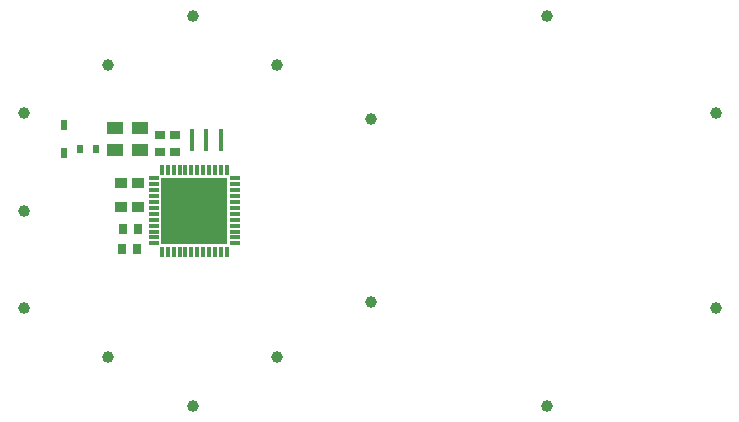
<source format=gbr>
G04*
G04 #@! TF.GenerationSoftware,Altium Limited,Altium Designer,25.8.1 (18)*
G04*
G04 Layer_Color=128*
%FSLAX44Y44*%
%MOMM*%
G71*
G04*
G04 #@! TF.SameCoordinates,1DE417C5-642A-4503-87AC-C91C357E1F8F*
G04*
G04*
G04 #@! TF.FilePolarity,Positive*
G04*
G01*
G75*
G04:AMPARAMS|DCode=22|XSize=1mm|YSize=1mm|CornerRadius=0.5mm|HoleSize=0mm|Usage=FLASHONLY|Rotation=30.000|XOffset=0mm|YOffset=0mm|HoleType=Round|Shape=RoundedRectangle|*
%AMROUNDEDRECTD22*
21,1,1.0000,0.0000,0,0,30.0*
21,1,0.0000,1.0000,0,0,30.0*
1,1,1.0000,0.0000,0.0000*
1,1,1.0000,0.0000,0.0000*
1,1,1.0000,0.0000,0.0000*
1,1,1.0000,0.0000,0.0000*
%
%ADD22ROUNDEDRECTD22*%
G04:AMPARAMS|DCode=24|XSize=1mm|YSize=1mm|CornerRadius=0.5mm|HoleSize=0mm|Usage=FLASHONLY|Rotation=90.000|XOffset=0mm|YOffset=0mm|HoleType=Round|Shape=RoundedRectangle|*
%AMROUNDEDRECTD24*
21,1,1.0000,0.0000,0,0,90.0*
21,1,0.0000,1.0000,0,0,90.0*
1,1,1.0000,0.0000,0.0000*
1,1,1.0000,0.0000,0.0000*
1,1,1.0000,0.0000,0.0000*
1,1,1.0000,0.0000,0.0000*
%
%ADD24ROUNDEDRECTD24*%
G04:AMPARAMS|DCode=26|XSize=1mm|YSize=1mm|CornerRadius=0.5mm|HoleSize=0mm|Usage=FLASHONLY|Rotation=330.000|XOffset=0mm|YOffset=0mm|HoleType=Round|Shape=RoundedRectangle|*
%AMROUNDEDRECTD26*
21,1,1.0000,0.0000,0,0,330.0*
21,1,0.0000,1.0000,0,0,330.0*
1,1,1.0000,0.0000,0.0000*
1,1,1.0000,0.0000,0.0000*
1,1,1.0000,0.0000,0.0000*
1,1,1.0000,0.0000,0.0000*
%
%ADD26ROUNDEDRECTD26*%
%ADD47R,0.8900X0.6400*%
%ADD72R,1.0061X0.9582*%
%ADD73R,0.4001X1.9000*%
%ADD74R,0.3000X0.8500*%
%ADD75R,0.5000X0.9000*%
%ADD76R,0.8000X0.9500*%
%ADD77R,5.7000X5.7000*%
%ADD78R,0.8500X0.3000*%
%ADD79R,1.3970X1.0922*%
%ADD80R,0.6000X0.8000*%
D22*
X-152400Y165199D02*
D03*
Y-165199D02*
D03*
X147599Y165199D02*
D03*
Y-165199D02*
D03*
X-223901Y-123901D02*
D03*
X-80899Y123901D02*
D03*
D24*
X290700Y-82601D02*
D03*
X-295468Y82601D02*
D03*
X-1679Y77521D02*
D03*
Y-77521D02*
D03*
X-80899Y-123901D02*
D03*
X-223901Y123901D02*
D03*
D26*
X290700Y82601D02*
D03*
X-295468Y-82601D02*
D03*
X-295501Y-0D02*
D03*
D47*
X-167537Y50056D02*
D03*
Y64056D02*
D03*
X-180237Y50056D02*
D03*
Y64056D02*
D03*
D72*
X-212654Y3286D02*
D03*
X-212986Y23851D02*
D03*
X-198633Y3286D02*
D03*
X-198965Y23851D02*
D03*
D73*
X-152715Y59690D02*
D03*
X-140716D02*
D03*
X-128717D02*
D03*
D74*
X-143376Y34500D02*
D03*
X-138376D02*
D03*
X-148376D02*
D03*
X-178376Y-34500D02*
D03*
X-173376D02*
D03*
X-168376D02*
D03*
X-163376D02*
D03*
X-158376D02*
D03*
X-153376D02*
D03*
X-148376D02*
D03*
X-143376D02*
D03*
X-138376D02*
D03*
X-133376D02*
D03*
X-128376D02*
D03*
X-123376D02*
D03*
Y34500D02*
D03*
X-128376D02*
D03*
X-133376D02*
D03*
X-153376D02*
D03*
X-158376D02*
D03*
X-163376D02*
D03*
X-168376D02*
D03*
X-173376D02*
D03*
X-178376D02*
D03*
D75*
X-261366Y72460D02*
D03*
Y49460D02*
D03*
D76*
X-198654Y-15101D02*
D03*
X-211876Y-32475D02*
D03*
X-199376D02*
D03*
X-211154Y-15101D02*
D03*
D77*
X-150876Y-0D02*
D03*
D78*
X-185376Y27500D02*
D03*
Y22500D02*
D03*
Y17500D02*
D03*
Y12500D02*
D03*
Y7500D02*
D03*
Y2500D02*
D03*
Y-2500D02*
D03*
Y-7500D02*
D03*
Y-12500D02*
D03*
Y-17500D02*
D03*
Y-22500D02*
D03*
Y-27500D02*
D03*
X-116376D02*
D03*
Y-22500D02*
D03*
Y-17500D02*
D03*
Y-12500D02*
D03*
Y-7500D02*
D03*
Y-2500D02*
D03*
Y2500D02*
D03*
Y7500D02*
D03*
Y12500D02*
D03*
Y17500D02*
D03*
Y22500D02*
D03*
Y27500D02*
D03*
D79*
X-218186Y70231D02*
D03*
Y51689D02*
D03*
X-196596D02*
D03*
Y70231D02*
D03*
D80*
X-248046Y52070D02*
D03*
X-234046D02*
D03*
M02*

</source>
